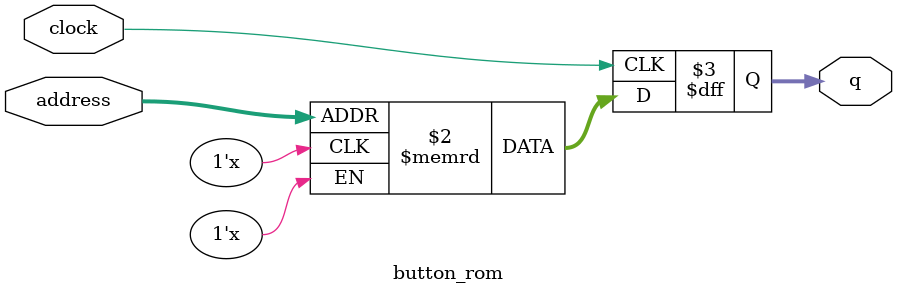
<source format=sv>
module button_rom (
	input logic clock,
	input logic [8:0] address,
	output logic [2:0] q
);

logic [2:0] memory [0:399] /* synthesis ram_init_file = "./button/button.COE" */;

always_ff @ (posedge clock) begin
	q <= memory[address];
end

endmodule

</source>
